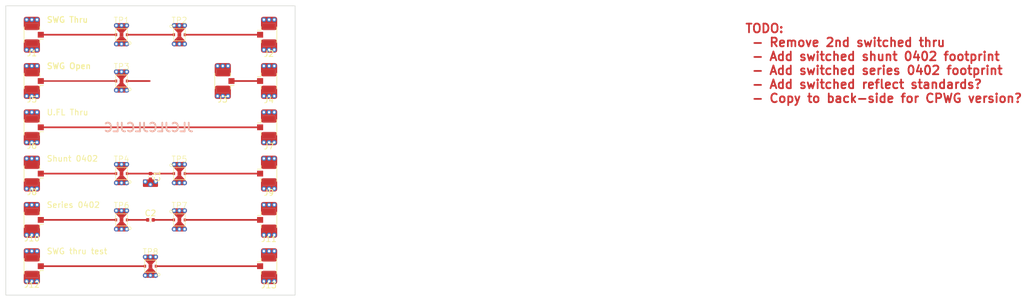
<source format=kicad_pcb>
(kicad_pcb (version 20221018) (generator pcbnew)
  (layers (0 "F.Cu" signal) (1 "In1.Cu" signal) (2 "In2.Cu" signal) (31 "B.Cu" signal) (34 "B.Paste" user) (35 "F.Paste" user) (36 "B.SilkS" user "B.Silkscreen") (37 "F.SilkS" user "F.Silkscreen") (38 "B.Mask" user) (39 "F.Mask" user) (44 "Edge.Cuts" user))
  (net 0 "")
  (net 1 "Net-(J1-In)")
  (net 2 "GND")
  (net 3 "Net-(J2-In)")
  (net 4 "Net-(J3-In)")
  (net 5 "Net-(J5-In)")
  (net 6 "Net-(J6-In)")
  (net 7 "Net-(TP1-PadC)")
  (net 8 "Net-(C1-Pad1)")
  (net 9 "Net-(C2-Pad1)")
  (net 10 "Net-(C2-Pad2)")
  (net 11 "Net-(J8-In)")
  (net 12 "Net-(J10-In)")
  (net 13 "Net-(J9-In)")
  (net 14 "Net-(J11-In)")
  (net 15 "Net-(J12-In)")
  (net 16 "Net-(J13-In)")
  (net 17 "unconnected-(TP3-PadC)")
  (footprint "miek:CoaxialSwitch_Murata_MM8030-2610" (layer "F.Cu") (at 130 137)
    (fp_text reference "TP7" (at 0 -2.5 unlocked) (layer "F.SilkS") (effects (font (thickness 0.1))))
    (fp_text value "CoaxialSwitch_Testpoint")
    (fp_rect (start -0.32 0.35) (end 0.32 -0.35) (fill solid) (layer "F.Cu"))
    (fp_rect (start -1 1.05) (end 1 -1.05) (stroke (width 0.1)) (fill none) (layer "F.SilkS"))
    (fp_circle (center -1.4 -1.45) (end -1.15 -1.46) (stroke (width 0.1)) (fill none) (layer "F.SilkS"))
    (pad "A" smd rect (at 0.95 0 90) (size 0.5 0.4) (layers "F.Cu" "F.Paste" "F.Mask") (net 14 "Net-(J11-In)"))
    (pad "C" smd rect (at -0.95 0 90) (size 0.5 0.4) (layers "F.Cu" "F.Paste" "F.Mask") (net 10 "Net-(C2-Pad2)"))
    (pad "G" smd roundrect (at 0 -0.7 90) (size 0.7 1.1) (layers "F.Cu" "F.Paste" "F.Mask") (roundrect_rratio 0) (chamfer_ratio 0.329) (chamfer top_left bottom_left) (net 2 "GND"))
    (pad "G" smd roundrect (at 0 0.7 90) (size 0.7 1.1) (layers "F.Cu" "F.Paste" "F.Mask") (roundrect_rratio 0) (chamfer_ratio 0.329) (chamfer top_right bottom_right) (net 2 "GND"))
  )
  (footprint "miek:CoaxialSwitch_Murata_MM8030-2610" (layer "F.Cu") (at 125 145 180)
    (fp_text reference "TP8" (at 0 2.5 unlocked) (layer "F.SilkS") (effects (font (thickness 0.1))))
    (fp_text value "CoaxialSwitch_Testpoint")
    (fp_rect (start -0.32 0.35) (end 0.32 -0.35) (fill solid) (layer "F.Cu"))
    (fp_rect (start -1 1.05) (end 1 -1.05) (stroke (width 0.1)) (fill none) (layer "F.SilkS"))
    (fp_circle (center -1.4 -1.45) (end -1.15 -1.46) (stroke (width 0.1)) (fill none) (layer "F.SilkS"))
    (pad "A" smd rect (at 0.95 0 270) (size 0.5 0.4) (layers "F.Cu" "F.Paste" "F.Mask") (net 15 "Net-(J12-In)"))
    (pad "C" smd rect (at -0.95 0 270) (size 0.5 0.4) (layers "F.Cu" "F.Paste" "F.Mask") (net 16 "Net-(J13-In)"))
    (pad "G" smd roundrect (at 0 -0.7 270) (size 0.7 1.1) (layers "F.Cu" "F.Paste" "F.Mask") (roundrect_rratio 0) (chamfer_ratio 0.329) (chamfer top_left bottom_left) (net 2 "GND"))
    (pad "G" smd roundrect (at 0 0.7 270) (size 0.7 1.1) (layers "F.Cu" "F.Paste" "F.Mask") (roundrect_rratio 0) (chamfer_ratio 0.329) (chamfer top_right bottom_right) (net 2 "GND"))
  )
  (footprint "Capacitor_SMD:C_0402_1005Metric" (layer "F.Cu") (at 125 137)
    (fp_text reference "C2" (at 0 -1.16) (layer "F.SilkS"))
    (fp_text value "C")
    (fp_line (start -0.107836 -0.36) (end 0.107836 -0.36) (stroke (width 0.12)) (layer "F.SilkS"))
    (fp_line (start -0.107836 0.36) (end 0.107836 0.36) (stroke (width 0.12)) (layer "F.SilkS"))
    (pad "1" smd roundrect (at -0.48 0) (size 0.56 0.62) (layers "F.Cu" "F.Paste" "F.Mask") (net 9 "Net-(C2-Pad1)"))
    (pad "2" smd roundrect (at 0.48 0) (size 0.56 0.62) (layers "F.Cu" "F.Paste" "F.Mask") (net 10 "Net-(C2-Pad2)"))
  )
  (footprint "Connector_Coaxial:U.FL_Hirose_U.FL-R-SMT-1_Vertical" (layer "F.Cu") (at 137.95 113 180)
    (fp_text reference "J3" (at 0.475 -3.2) (layer "F.SilkS"))
    (fp_text value "Conn_Coaxial")
    (fp_line (start -0.885 -1.4) (end -0.885 -0.76) (stroke (width 0.12)) (layer "F.SilkS"))
    (fp_line (start -0.885 -0.76) (end -1.515 -0.76) (stroke (width 0.12)) (layer "F.SilkS"))
    (fp_line (start -0.885 1.4) (end -0.885 0.76) (stroke (width 0.12)) (layer "F.SilkS"))
    (fp_line (start 1.835 -1.35) (end 1.835 1.35) (stroke (width 0.12)) (layer "F.SilkS"))
    (pad "1" smd rect (at -1.05 0 180) (size 1.05 1) (layers "F.Cu" "F.Paste" "F.Mask") (net 4 "Net-(J3-In)"))
    (pad "2" smd rect (at 0.475 -1.475 180) (size 2.2 1.05) (layers "F.Cu" "F.Paste" "F.Mask") (net 2 "GND"))
    (pad "2" smd rect (at 0.475 1.475 180) (size 2.2 1.05) (layers "F.Cu" "F.Paste" "F.Mask") (net 2 "GND"))
  )
  (footprint "Connector_Coaxial:U.FL_Hirose_U.FL-R-SMT-1_Vertical" (layer "F.Cu") (at 105 121 180)
    (fp_text reference "J6" (at 0.475 -3.2) (layer "F.SilkS"))
    (fp_text value "Conn_Coaxial")
    (fp_line (start -0.885 -1.4) (end -0.885 -0.76) (stroke (width 0.12)) (layer "F.SilkS"))
    (fp_line (start -0.885 -0.76) (end -1.515 -0.76) (stroke (width 0.12)) (layer "F.SilkS"))
    (fp_line (start -0.885 1.4) (end -0.885 0.76) (stroke (width 0.12)) (layer "F.SilkS"))
    (fp_line (start 1.835 -1.35) (end 1.835 1.35) (stroke (width 0.12)) (layer "F.SilkS"))
    (pad "1" smd rect (at -1.05 0 180) (size 1.05 1) (layers "F.Cu" "F.Paste" "F.Mask") (net 6 "Net-(J6-In)"))
    (pad "2" smd rect (at 0.475 -1.475 180) (size 2.2 1.05) (layers "F.Cu" "F.Paste" "F.Mask") (net 2 "GND"))
    (pad "2" smd rect (at 0.475 1.475 180) (size 2.2 1.05) (layers "F.Cu" "F.Paste" "F.Mask") (net 2 "GND"))
  )
  (footprint "Connector_Coaxial:U.FL_Hirose_U.FL-R-SMT-1_Vertical" (layer "F.Cu") (at 105 145 180)
    (fp_text reference "J12" (at 0.475 -3.2) (layer "F.SilkS"))
    (fp_text value "Conn_Coaxial")
    (fp_line (start -0.885 -1.4) (end -0.885 -0.76) (stroke (width 0.12)) (layer "F.SilkS"))
    (fp_line (start -0.885 -0.76) (end -1.515 -0.76) (stroke (width 0.12)) (layer "F.SilkS"))
    (fp_line (start -0.885 1.4) (end -0.885 0.76) (stroke (width 0.12)) (layer "F.SilkS"))
    (fp_line (start 1.835 -1.35) (end 1.835 1.35) (stroke (width 0.12)) (layer "F.SilkS"))
    (pad "1" smd rect (at -1.05 0 180) (size 1.05 1) (layers "F.Cu" "F.Paste" "F.Mask") (net 15 "Net-(J12-In)"))
    (pad "2" smd rect (at 0.475 -1.475 180) (size 2.2 1.05) (layers "F.Cu" "F.Paste" "F.Mask") (net 2 "GND"))
    (pad "2" smd rect (at 0.475 1.475 180) (size 2.2 1.05) (layers "F.Cu" "F.Paste" "F.Mask") (net 2 "GND"))
  )
  (footprint "Connector_Coaxial:U.FL_Hirose_U.FL-R-SMT-1_Vertical" (layer "F.Cu") (at 145 137)
    (fp_text reference "J11" (at 0.475 3.3) (layer "F.SilkS"))
    (fp_text value "Conn_Coaxial")
    (fp_line (start -0.885 -1.4) (end -0.885 -0.76) (stroke (width 0.12)) (layer "F.SilkS"))
    (fp_line (start -0.885 -0.76) (end -1.515 -0.76) (stroke (width 0.12)) (layer "F.SilkS"))
    (fp_line (start -0.885 1.4) (end -0.885 0.76) (stroke (width 0.12)) (layer "F.SilkS"))
    (fp_line (start 1.835 -1.35) (end 1.835 1.35) (stroke (width 0.12)) (layer "F.SilkS"))
    (pad "1" smd rect (at -1.05 0) (size 1.05 1) (layers "F.Cu" "F.Paste" "F.Mask") (net 14 "Net-(J11-In)"))
    (pad "2" smd rect (at 0.475 -1.475) (size 2.2 1.05) (layers "F.Cu" "F.Paste" "F.Mask") (net 2 "GND"))
    (pad "2" smd rect (at 0.475 1.475) (size 2.2 1.05) (layers "F.Cu" "F.Paste" "F.Mask") (net 2 "GND"))
  )
  (footprint "Capacitor_SMD:C_0402_1005Metric" (layer "F.Cu") (at 125 129.48 -90)
    (fp_text reference "C1" (at 0 -1.16 90) (layer "F.SilkS"))
    (fp_text value "C")
    (fp_line (start -0.107836 -0.36) (end 0.107836 -0.36) (stroke (width 0.12)) (layer "F.SilkS"))
    (fp_line (start -0.107836 0.36) (end 0.107836 0.36) (stroke (width 0.12)) (layer "F.SilkS"))
    (pad "1" smd roundrect (at -0.48 0 270) (size 0.56 0.62) (layers "F.Cu" "F.Paste" "F.Mask") (net 8 "Net-(C1-Pad1)"))
    (pad "2" smd roundrect (at 0.48 0 270) (size 0.56 0.62) (layers "F.Cu" "F.Paste" "F.Mask") (net 2 "GND"))
  )
  (footprint "Connector_Coaxial:U.FL_Hirose_U.FL-R-SMT-1_Vertical" (layer "F.Cu") (at 105 105 180)
    (fp_text reference "J1" (at 0.475 -3.2 180) (layer "F.SilkS"))
    (fp_text value "Conn_Coaxial")
    (fp_line (start -0.885 -1.4) (end -0.885 -0.76) (stroke (width 0.12)) (layer "F.SilkS"))
    (fp_line (start -0.885 -0.76) (end -1.515 -0.76) (stroke (width 0.12)) (layer "F.SilkS"))
    (fp_line (start -0.885 1.4) (end -0.885 0.76) (stroke (width 0.12)) (layer "F.SilkS"))
    (fp_line (start 1.835 -1.35) (end 1.835 1.35) (stroke (width 0.12)) (layer "F.SilkS"))
    (pad "1" smd rect (at -1.05 0 180) (size 1.05 1) (layers "F.Cu" "F.Paste" "F.Mask") (net 1 "Net-(J1-In)"))
    (pad "2" smd rect (at 0.475 -1.475 180) (size 2.2 1.05) (layers "F.Cu" "F.Paste" "F.Mask") (net 2 "GND"))
    (pad "2" smd rect (at 0.475 1.475 180) (size 2.2 1.05) (layers "F.Cu" "F.Paste" "F.Mask") (net 2 "GND"))
  )
  (footprint "miek:CoaxialSwitch_Murata_MM8030-2610" (layer "F.Cu") (at 120 105 180)
    (fp_text reference "TP1" (at 0 2.5 unlocked) (layer "F.SilkS") (effects (font (thickness 0.1))))
    (fp_text value "CoaxialSwitch_Testpoint")
    (fp_rect (start -0.32 0.35) (end 0.32 -0.35) (fill solid) (layer "F.Cu"))
    (fp_rect (start -1 1.05) (end 1 -1.05) (stroke (width 0.1)) (fill none) (layer "F.SilkS"))
    (fp_circle (center -1.4 -1.45) (end -1.15 -1.46) (stroke (width 0.1)) (fill none) (layer "F.SilkS"))
    (pad "A" smd rect (at 0.95 0 270) (size 0.5 0.4) (layers "F.Cu" "F.Paste" "F.Mask") (net 1 "Net-(J1-In)"))
    (pad "C" smd rect (at -0.95 0 270) (size 0.5 0.4) (layers "F.Cu" "F.Paste" "F.Mask") (net 7 "Net-(TP1-PadC)"))
    (pad "G" smd roundrect (at 0 -0.7 270) (size 0.7 1.1) (layers "F.Cu" "F.Paste" "F.Mask") (roundrect_rratio 0) (chamfer_ratio 0.329) (chamfer top_left bottom_left) (net 2 "GND"))
    (pad "G" smd roundrect (at 0 0.7 270) (size 0.7 1.1) (layers "F.Cu" "F.Paste" "F.Mask") (roundrect_rratio 0) (chamfer_ratio 0.329) (chamfer top_right bottom_right) (net 2 "GND"))
  )
  (footprint "Connector_Coaxial:U.FL_Hirose_U.FL-R-SMT-1_Vertical" (layer "F.Cu") (at 145 145)
    (fp_text reference "J13" (at 0.475 3.3) (layer "F.SilkS"))
    (fp_text value "Conn_Coaxial")
    (fp_line (start -0.885 -1.4) (end -0.885 -0.76) (stroke (width 0.12)) (layer "F.SilkS"))
    (fp_line (start -0.885 -0.76) (end -1.515 -0.76) (stroke (width 0.12)) (layer "F.SilkS"))
    (fp_line (start -0.885 1.4) (end -0.885 0.76) (stroke (width 0.12)) (layer "F.SilkS"))
    (fp_line (start 1.835 -1.35) (end 1.835 1.35) (stroke (width 0.12)) (layer "F.SilkS"))
    (pad "1" smd rect (at -1.05 0) (size 1.05 1) (layers "F.Cu" "F.Paste" "F.Mask") (net 16 "Net-(J13-In)"))
    (pad "2" smd rect (at 0.475 -1.475) (size 2.2 1.05) (layers "F.Cu" "F.Paste" "F.Mask") (net 2 "GND"))
    (pad "2" smd rect (at 0.475 1.475) (size 2.2 1.05) (layers "F.Cu" "F.Paste" "F.Mask") (net 2 "GND"))
  )
  (footprint "miek:CoaxialSwitch_Murata_MM8030-2610" (layer "F.Cu") (at 120 129 180)
    (fp_text reference "TP4" (at 0 2.5 unlocked) (layer "F.SilkS") (effects (font (thickness 0.1))))
    (fp_text value "CoaxialSwitch_Testpoint")
    (fp_rect (start -0.32 0.35) (end 0.32 -0.35) (fill solid) (layer "F.Cu"))
    (fp_rect (start -1 1.05) (end 1 -1.05) (stroke (width 0.1)) (fill none) (layer "F.SilkS"))
    (fp_circle (center -1.4 -1.45) (end -1.15 -1.46) (stroke (width 0.1)) (fill none) (layer "F.SilkS"))
    (pad "A" smd rect (at 0.95 0 270) (size 0.5 0.4) (layers "F.Cu" "F.Paste" "F.Mask") (net 11 "Net-(J8-In)"))
    (pad "C" smd rect (at -0.95 0 270) (size 0.5 0.4) (layers "F.Cu" "F.Paste" "F.Mask") (net 8 "Net-(C1-Pad1)"))
    (pad "G" smd roundrect (at 0 -0.7 270) (size 0.7 1.1) (layers "F.Cu" "F.Paste" "F.Mask") (roundrect_rratio 0) (chamfer_ratio 0.329) (chamfer top_left bottom_left) (net 2 "GND"))
    (pad "G" smd roundrect (at 0 0.7 270) (size 0.7 1.1) (layers "F.Cu" "F.Paste" "F.Mask") (roundrect_rratio 0) (chamfer_ratio 0.329) (chamfer top_right bottom_right) (net 2 "GND"))
  )
  (footprint "miek:CoaxialSwitch_Murata_MM8030-2610" (layer "F.Cu") (at 120 137 180)
    (fp_text reference "TP6" (at 0 2.5 unlocked) (layer "F.SilkS") (effects (font (thickness 0.1))))
    (fp_text value "CoaxialSwitch_Testpoint")
    (fp_rect (start -0.32 0.35) (end 0.32 -0.35) (fill solid) (layer "F.Cu"))
    (fp_rect (start -1 1.05) (end 1 -1.05) (stroke (width 0.1)) (fill none) (layer "F.SilkS"))
    (fp_circle (center -1.4 -1.45) (end -1.15 -1.46) (stroke (width 0.1)) (fill none) (layer "F.SilkS"))
    (pad "A" smd rect (at 0.95 0 270) (size 0.5 0.4) (layers "F.Cu" "F.Paste" "F.Mask") (net 12 "Net-(J10-In)"))
    (pad "C" smd rect (at -0.95 0 270) (size 0.5 0.4) (layers "F.Cu" "F.Paste" "F.Mask") (net 9 "Net-(C2-Pad1)"))
    (pad "G" smd roundrect (at 0 -0.7 270) (size 0.7 1.1) (layers "F.Cu" "F.Paste" "F.Mask") (roundrect_rratio 0) (chamfer_ratio 0.329) (chamfer top_left bottom_left) (net 2 "GND"))
    (pad "G" smd roundrect (at 0 0.7 270) (size 0.7 1.1) (layers "F.Cu" "F.Paste" "F.Mask") (roundrect_rratio 0) (chamfer_ratio 0.329) (chamfer top_right bottom_right) (net 2 "GND"))
  )
  (footprint "miek:CoaxialSwitch_Murata_MM8030-2610" (layer "F.Cu") (at 130 129)
    (fp_text reference "TP5" (at 0 -2.5 unlocked) (layer "F.SilkS") (effects (font (thickness 0.1))))
    (fp_text value "CoaxialSwitch_Testpoint")
    (fp_rect (start -0.32 0.35) (end 0.32 -0.35) (fill solid) (layer "F.Cu"))
    (fp_rect (start -1 1.05) (end 1 -1.05) (stroke (width 0.1)) (fill none) (layer "F.SilkS"))
    (fp_circle (center -1.4 -1.45) (end -1.15 -1.46) (stroke (width 0.1)) (fill none) (layer "F.SilkS"))
    (pad "A" smd rect (at 0.95 0 90) (size 0.5 0.4) (layers "F.Cu" "F.Paste" "F.Mask") (net 13 "Net-(J9-In)"))
    (pad "C" smd rect (at -0.95 0 90) (size 0.5 0.4) (layers "F.Cu" "F.Paste" "F.Mask") (net 8 "Net-(C1-Pad1)"))
    (pad "G" smd roundrect (at 0 -0.7 90) (size 0.7 1.1) (layers "F.Cu" "F.Paste" "F.Mask") (roundrect_rratio 0) (chamfer_ratio 0.329) (chamfer top_left bottom_left) (net 2 "GND"))
    (pad "G" smd roundrect (at 0 0.7 90) (size 0.7 1.1) (layers "F.Cu" "F.Paste" "F.Mask") (roundrect_rratio 0) (chamfer_ratio 0.329) (chamfer top_right bottom_right) (net 2 "GND"))
  )
  (footprint "Connector_Coaxial:U.FL_Hirose_U.FL-R-SMT-1_Vertical" (layer "F.Cu") (at 105 129 180)
    (fp_text reference "J8" (at 0.475 -3.2 180) (layer "F.SilkS"))
    (fp_text value "Conn_Coaxial")
    (fp_line (start -0.885 -1.4) (end -0.885 -0.76) (stroke (width 0.12)) (layer "F.SilkS"))
    (fp_line (start -0.885 -0.76) (end -1.515 -0.76) (stroke (width 0.12)) (layer "F.SilkS"))
    (fp_line (start -0.885 1.4) (end -0.885 0.76) (stroke (width 0.12)) (layer "F.SilkS"))
    (fp_line (start 1.835 -1.35) (end 1.835 1.35) (stroke (width 0.12)) (layer "F.SilkS"))
    (pad "1" smd rect (at -1.05 0 180) (size 1.05 1) (layers "F.Cu" "F.Paste" "F.Mask") (net 11 "Net-(J8-In)"))
    (pad "2" smd rect (at 0.475 -1.475 180) (size 2.2 1.05) (layers "F.Cu" "F.Paste" "F.Mask") (net 2 "GND"))
    (pad "2" smd rect (at 0.475 1.475 180) (size 2.2 1.05) (layers "F.Cu" "F.Paste" "F.Mask") (net 2 "GND"))
  )
  (footprint "Connector_Coaxial:U.FL_Hirose_U.FL-R-SMT-1_Vertical" (layer "F.Cu") (at 145 121)
    (fp_text reference "J7" (at 0.475 3.3) (layer "F.SilkS"))
    (fp_text value "Conn_Coaxial")
    (fp_line (start -0.885 -1.4) (end -0.885 -0.76) (stroke (width 0.12)) (layer "F.SilkS"))
    (fp_line (start -0.885 -0.76) (end -1.515 -0.76) (stroke (width 0.12)) (layer "F.SilkS"))
    (fp_line (start -0.885 1.4) (end -0.885 0.76) (stroke (width 0.12)) (layer "F.SilkS"))
    (fp_line (start 1.835 -1.35) (end 1.835 1.35) (stroke (width 0.12)) (layer "F.SilkS"))
    (pad "1" smd rect (at -1.05 0) (size 1.05 1) (layers "F.Cu" "F.Paste" "F.Mask") (net 6 "Net-(J6-In)"))
    (pad "2" smd rect (at 0.475 -1.475) (size 2.2 1.05) (layers "F.Cu" "F.Paste" "F.Mask") (net 2 "GND"))
    (pad "2" smd rect (at 0.475 1.475) (size 2.2 1.05) (layers "F.Cu" "F.Paste" "F.Mask") (net 2 "GND"))
  )
  (footprint "Connector_Coaxial:U.FL_Hirose_U.FL-R-SMT-1_Vertical" (layer "F.Cu") (at 145 129)
    (fp_text reference "J9" (at 0.475 3.3) (layer "F.SilkS"))
    (fp_text value "Conn_Coaxial")
    (fp_line (start -0.885 -1.4) (end -0.885 -0.76) (stroke (width 0.12)) (layer "F.SilkS"))
    (fp_line (start -0.885 -0.76) (end -1.515 -0.76) (stroke (width 0.12)) (layer "F.SilkS"))
    (fp_line (start -0.885 1.4) (end -0.885 0.76) (stroke (width 0.12)) (layer "F.SilkS"))
    (fp_line (start 1.835 -1.35) (end 1.835 1.35) (stroke (width 0.12)) (layer "F.SilkS"))
    (pad "1" smd rect (at -1.05 0) (size 1.05 1) (layers "F.Cu" "F.Paste" "F.Mask") (net 13 "Net-(J9-In)"))
    (pad "2" smd rect (at 0.475 -1.475) (size 2.2 1.05) (layers "F.Cu" "F.Paste" "F.Mask") (net 2 "GND"))
    (pad "2" smd rect (at 0.475 1.475) (size 2.2 1.05) (layers "F.Cu" "F.Paste" "F.Mask") (net 2 "GND"))
  )
  (footprint "Connector_Coaxial:U.FL_Hirose_U.FL-R-SMT-1_Vertical" (layer "F.Cu") (at 145 105)
    (fp_text reference "J2" (at 0.475 3.3) (layer "F.SilkS"))
    (fp_text value "Conn_Coaxial")
    (fp_line (start -0.885 -1.4) (end -0.885 -0.76) (stroke (width 0.12)) (layer "F.SilkS"))
    (fp_line (start -0.885 -0.76) (end -1.515 -0.76) (stroke (width 0.12)) (layer "F.SilkS"))
    (fp_line (start -0.885 1.4) (end -0.885 0.76) (stroke (width 0.12)) (layer "F.SilkS"))
    (fp_line (start 1.835 -1.35) (end 1.835 1.35) (stroke (width 0.12)) (layer "F.SilkS"))
    (pad "1" smd rect (at -1.05 0) (size 1.05 1) (layers "F.Cu" "F.Paste" "F.Mask") (net 3 "Net-(J2-In)"))
    (pad "2" smd rect (at 0.475 -1.475) (size 2.2 1.05) (layers "F.Cu" "F.Paste" "F.Mask") (net 2 "GND"))
    (pad "2" smd rect (at 0.475 1.475) (size 2.2 1.05) (layers "F.Cu" "F.Paste" "F.Mask") (net 2 "GND"))
  )
  (footprint "miek:CoaxialSwitch_Murata_MM8030-2610" (layer "F.Cu") (at 130 105)
    (fp_text reference "TP2" (at 0 -2.5 unlocked) (layer "F.SilkS") (effects (font (thickness 0.1))))
    (fp_text value "CoaxialSwitch_Testpoint")
    (fp_rect (start -0.32 0.35) (end 0.32 -0.35) (fill solid) (layer "F.Cu"))
    (fp_rect (start -1 1.05) (end 1 -1.05) (stroke (width 0.1)) (fill none) (layer "F.SilkS"))
    (fp_circle (center -1.4 -1.45) (end -1.15 -1.46) (stroke (width 0.1)) (fill none) (layer "F.SilkS"))
    (pad "A" smd rect (at 0.95 0 90) (size 0.5 0.4) (layers "F.Cu" "F.Paste" "F.Mask") (net 3 "Net-(J2-In)"))
    (pad "C" smd rect (at -0.95 0 90) (size 0.5 0.4) (layers "F.Cu" "F.Paste" "F.Mask") (net 7 "Net-(TP1-PadC)"))
    (pad "G" smd roundrect (at 0 -0.7 90) (size 0.7 1.1) (layers "F.Cu" "F.Paste" "F.Mask") (roundrect_rratio 0) (chamfer_ratio 0.329) (chamfer top_left bottom_left) (net 2 "GND"))
    (pad "G" smd roundrect (at 0 0.7 90) (size 0.7 1.1) (layers "F.Cu" "F.Paste" "F.Mask") (roundrect_rratio 0) (chamfer_ratio 0.329) (chamfer top_right bottom_right) (net 2 "GND"))
  )
  (footprint "miek:CoaxialSwitch_Murata_MM8030-2610" (layer "F.Cu") (at 120 113 180)
    (fp_text reference "TP3" (at 0 2.5 unlocked) (layer "F.SilkS") (effects (font (thickness 0.1))))
    (fp_text value "CoaxialSwitch_Testpoint")
    (fp_rect (start -0.32 0.35) (end 0.32 -0.35) (fill solid) (layer "F.Cu"))
    (fp_rect (start -1 1.05) (end 1 -1.05) (stroke (width 0.1)) (fill none) (layer "F.SilkS"))
    (fp_circle (center -1.4 -1.45) (end -1.15 -1.46) (stroke (width 0.1)) (fill none) (layer "F.SilkS"))
    (pad "A" smd rect (at 0.95 0 270) (size 0.5 0.4) (layers "F.Cu" "F.Paste" "F.Mask") (net 5 "Net-(J5-In)"))
    (pad "C" smd rect (at -0.95 0 270) (size 0.5 0.4) (layers "F.Cu" "F.Paste" "F.Mask") (net 17 "unconnected-(TP3-PadC)"))
    (pad "G" smd roundrect (at 0 -0.7 270) (size 0.7 1.1) (layers "F.Cu" "F.Paste" "F.Mask") (roundrect_rratio 0) (chamfer_ratio 0.329) (chamfer top_left bottom_left) (net 2 "GND"))
    (pad "G" smd roundrect (at 0 0.7 270) (size 0.7 1.1) (layers "F.Cu" "F.Paste" "F.Mask") (roundrect_rratio 0) (chamfer_ratio 0.329) (chamfer top_right bottom_right) (net 2 "GND"))
  )
  (footprint "Connector_Coaxial:U.FL_Hirose_U.FL-R-SMT-1_Vertical" (layer "F.Cu") (at 105 137 180)
    (fp_text reference "J10" (at 0.475 -3.2 180) (layer "F.SilkS"))
    (fp_text value "Conn_Coaxial")
    (fp_line (start -0.885 -1.4) (end -0.885 -0.76) (stroke (width 0.12)) (layer "F.SilkS"))
    (fp_line (start -0.885 -0.76) (end -1.515 -0.76) (stroke (width 0.12)) (layer "F.SilkS"))
    (fp_line (start -0.885 1.4) (end -0.885 0.76) (stroke (width 0.12)) (layer "F.SilkS"))
    (fp_line (start 1.835 -1.35) (end 1.835 1.35) (stroke (width 0.12)) (layer "F.SilkS"))
    (pad "1" smd rect (at -1.05 0 180) (size 1.05 1) (layers "F.Cu" "F.Paste" "F.Mask") (net 12 "Net-(J10-In)"))
    (pad "2" smd rect (at 0.475 -1.475 180) (size 2.2 1.05) (layers "F.Cu" "F.Paste" "F.Mask") (net 2 "GND"))
    (pad "2" smd rect (at 0.475 1.475 180) (size 2.2 1.05) (layers "F.Cu" "F.Paste" "F.Mask") (net 2 "GND"))
  )
  (footprint "Connector_Coaxial:U.FL_Hirose_U.FL-R-SMT-1_Vertical" (layer "F.Cu") (at 105 113 180)
    (fp_text reference "J5" (at 0.475 -3.2) (layer "F.SilkS"))
    (fp_text value "Conn_Coaxial")
    (fp_line (start -0.885 -1.4) (end -0.885 -0.76) (stroke (width 0.12)) (layer "F.SilkS"))
    (fp_line (start -0.885 -0.76) (end -1.515 -0.76) (stroke (width 0.12)) (layer "F.SilkS"))
    (fp_line (start -0.885 1.4) (end -0.885 0.76) (stroke (width 0.12)) (layer "F.SilkS"))
    (fp_line (start 1.835 -1.35) (end 1.835 1.35) (stroke (width 0.12)) (layer "F.SilkS"))
    (pad "1" smd rect (at -1.05 0 180) (size 1.05 1) (layers "F.Cu" "F.Paste" "F.Mask") (net 5 "Net-(J5-In)"))
    (pad "2" smd rect (at 0.475 -1.475 180) (size 2.2 1.05) (layers "F.Cu" "F.Paste" "F.Mask") (net 2 "GND"))
    (pad "2" smd rect (at 0.475 1.475 180) (size 2.2 1.05) (layers "F.Cu" "F.Paste" "F.Mask") (net 2 "GND"))
  )
  (footprint "Connector_Coaxial:U.FL_Hirose_U.FL-R-SMT-1_Vertical" (layer "F.Cu") (at 145 113)
    (fp_text reference "J4" (at 0.475 3.3) (layer "F.SilkS"))
    (fp_text value "Conn_Coaxial")
    (fp_line (start -0.885 -1.4) (end -0.885 -0.76) (stroke (width 0.12)) (layer "F.SilkS"))
    (fp_line (start -0.885 -0.76) (end -1.515 -0.76) (stroke (width 0.12)) (layer "F.SilkS"))
    (fp_line (start -0.885 1.4) (end -0.885 0.76) (stroke (width 0.12)) (layer "F.SilkS"))
    (fp_line (start 1.835 -1.35) (end 1.835 1.35) (stroke (width 0.12)) (layer "F.SilkS"))
    (pad "1" smd rect (at -1.05 0) (size 1.05 1) (layers "F.Cu" "F.Paste" "F.Mask") (net 4 "Net-(J3-In)"))
    (pad "2" smd rect (at 0.475 -1.475) (size 2.2 1.05) (layers "F.Cu" "F.Paste" "F.Mask") (net 2 "GND"))
    (pad "2" smd rect (at 0.475 1.475) (size 2.2 1.05) (layers "F.Cu" "F.Paste" "F.Mask") (net 2 "GND"))
  )
  (gr_rect (start 100 100) (end 150 150) (stroke (width 0.1)) (fill none) (layer "Edge.Cuts"))
  (gr_text "TODO:\n - Remove 2nd switched thru\n - Add switched shunt 0402 footprint\n - Add switched series 0402 footprint\n - Add switched reflect standards?\n - Copy to back-side for CPWG version?" (at 227.67 116.86) (layer "F.Cu") (effects (font (size 1.5 1.5) (thickness 0.3) bold) (justify left bottom)))
  (gr_text "JLCJLCJLCJLC" (at 132.6 121.9) (layer "B.SilkS") (effects (font (size 1.5 1.5) (thickness 0.3) bold) (justify left bottom mirror)))
  (gr_text "SWG thru test" (at 107 143) (layer "F.SilkS") (effects (font (size 1 1)) (justify left bottom)))
  (gr_text "Shunt 0402" (at 107 127) (layer "F.SilkS") (effects (font (size 1 1)) (justify left bottom)))
  (gr_text "SWG Open" (at 107 111) (layer "F.SilkS") (effects (font (size 1 1) (thickness 0.1875)) (justify left bottom)))
  (gr_text "Series 0402" (at 107 135) (layer "F.SilkS") (effects (font (size 1 1)) (justify left bottom)))
  (gr_text "U.FL Thru" (at 107 119) (layer "F.SilkS") (effects (font (size 1 1)) (justify left bottom)))
  (gr_text "SWG Thru" (at 107 103) (layer "F.SilkS") (effects (font (size 1 1) (thickness 0.1875)) (justify left bottom)))
  (segment (start 106.05 105) (end 119.05 105) (width 0.293) (layer "F.Cu") (net 1))
  (via (at 129.1 127.4) (size 0.8) (drill 0.4) (layers "F.Cu" "B.Cu") (net 2))
  (via (at 120 103.4) (size 0.8) (drill 0.4) (layers "F.Cu" "B.Cu") (net 2))
  (via (at 145.5 131.6) (size 0.8) (drill 0.4) (layers "F.Cu" "B.Cu") (net 2))
  (via (at 145.5 123.6) (size 0.8) (drill 0.4) (layers "F.Cu" "B.Cu") (net 2))
  (via (at 145.5 147.6) (size 0.8) (drill 0.4) (layers "F.Cu" "B.Cu") (net 2))
  (via (at 104.5 147.6) (size 0.8) (drill 0.4) (layers "F.Cu" "B.Cu") (net 2))
  (via (at 130.9 130.6) (size 0.8) (drill 0.4) (layers "F.Cu" "B.Cu") (net 2))
  (via (at 120 135.4) (size 0.8) (drill 0.4) (layers "F.Cu" "B.Cu") (net 2))
  (via (at 136.6 115.6) (size 0.8) (drill 0.4) (layers "F.Cu" "B.Cu") (net 2))
  (via (at 124.1 143.4) (size 0.8) (drill 0.4) (layers "F.Cu" "B.Cu") (net 2))
  (via (at 104.5 107.6) (size 0.8) (drill 0.4) (layers "F.Cu" "B.Cu") (net 2))
  (via (at 103.6 126.4) (size 0.8) (drill 0.4) (layers "F.Cu" "B.Cu") (net 2))
  (via (at 120 114.6) (size 0.8) (drill 0.4) (layers "F.Cu" "B.Cu") (net 2))
  (via (at 120 130.6) (size 0.8) (drill 0.4) (layers "F.Cu" "B.Cu") (net 2))
  (via (at 125 130.9) (size 0.8) (drill 0.4) (layers "F.Cu" "B.Cu") (net 2))
  (via (at 103.6 107.6) (size 0.8) (drill 0.4) (layers "F.Cu" "B.Cu") (net 2))
  (via (at 125 143.4) (size 0.8) (drill 0.4) (layers "F.Cu" "B.Cu") (net 2))
  (via (at 144.6 110.4) (size 0.8) (drill 0.4) (layers "F.Cu" "B.Cu") (net 2))
  (via (at 104.5 134.4) (size 0.8) (drill 0.4) (layers "F.Cu" "B.Cu") (net 2))
  (via (at 144.6 126.4) (size 0.8) (drill 0.4) (layers "F.Cu" "B.Cu") (net 2))
  (via (at 130 127.4) (size 0.8) (drill 0.4) (layers "F.Cu" "B.Cu") (net 2))
  (via (at 130.9 127.4) (size 0.8) (drill 0.4) (layers "F.Cu" "B.Cu") (net 2))
  (via (at 119.1 111.4) (size 0.8) (drill 0.4) (layers "F.Cu" "B.Cu") (net 2))
  (via (at 119.1 138.6) (size 0.8) (drill 0.4) (layers "F.Cu" "B.Cu") (net 2))
  (via (at 124.1 146.6) (size 0.8) (drill 0.4) (layers "F.Cu" "B.Cu") (net 2))
  (via (at 119.1 127.4) (size 0.8) (drill 0.4) (layers "F.Cu" "B.Cu") (net 2))
  (via (at 120.9 111.4) (size 0.8) (drill 0.4) (layers "F.Cu" "B.Cu") (net 2))
  (via (at 146.4 147.6) (size 0.8) (drill 0.4) (layers "F.Cu" "B.Cu") (net 2))
  (via (at 130.9 103.4) (size 0.8) (drill 0.4) (layers "F.Cu" "B.Cu") (net 2))
  (via (at 145.5 110.4) (size 0.8) (drill 0.4) (layers "F.Cu" "B.Cu") (net 2))
  (via (at 120.9 135.4) (size 0.8) (drill 0.4) (layers "F.Cu" "B.Cu") (net 2))
  (via (at 119.1 103.4) (size 0.8) (drill 0.4) (layers "F.Cu" "B.Cu") (net 2))
  (via (at 129.1 135.4) (size 0.8) (drill 0.4) (layers "F.Cu" "B.Cu") (net 2))
  (via (at 104.5 126.4) (size 0.8) (drill 0.4) (layers "F.Cu" "B.Cu") (net 2))
  (via (at 103.6 115.6) (size 0.8) (drill 0.4) (layers "F.Cu" "B.Cu") (net 2))
  (via (at 103.6 102.4) (size 0.8) (drill 0.4) (layers "F.Cu" "B.Cu") (net 2))
  (via (at 120.9 130.6) (size 0.8) (drill 0.4) (layers "F.Cu" "B.Cu") (net 2))
  (via (at 144.6 142.4) (size 0.8) (drill 0.4) (layers "F.Cu" "B.Cu") (net 2))
  (via (at 130 103.4) (size 0.8) (drill 0.4) (layers "F.Cu" "B.Cu") (net 2))
  (via (at 144.6 118.4) (size 0.8) (drill 0.4) (layers "F.Cu" "B.Cu") (net 2))
  (via (at 130.9 138.6) (size 0.8) (drill 0.4) (layers "F.Cu" "B.Cu") (net 2))
  (via (at 144.6 131.6) (size 0.8) (drill 0.4) (layers "F.Cu" "B.Cu") (net 2))
  (via (at 146.4 102.4) (size 0.8) (drill 0.4) (layers "F.Cu" "B.Cu") (net 2))
  (via (at 120.9 138.6) (size 0.8) (drill 0.4) (layers "F.Cu" "B.Cu") (net 2))
  (via (at 105.4 115.6) (size 0.8) (drill 0.4) (layers "F.Cu" "B.Cu") (net 2))
  (via (at 138.4 110.4) (size 0.8) (drill 0.4) (layers "F.Cu" "B.Cu") (net 2))
  (via (at 146.4 142.4) (size 0.8) (drill 0.4) (layers "F.Cu" "B.Cu") (net 2))
  (via (at 105.4 147.6) (size 0.8) (drill 0.4) (layers "F.Cu" "B.Cu") (net 2))
  (via (at 104.5 139.6) (size 0.8) (drill 0.4) (layers "F.Cu" "B.Cu") (net 2))
  (via (at 145.5 107.6) (size 0.8) (drill 0.4) (layers "F.Cu" "B.Cu") (net 2))
  (via (at 130.9 135.4) (size 0.8) (drill 0.4) (layers "F.Cu" "B.Cu") (net 2))
  (via (at 146.4 131.6) (size 0.8) (drill 0.4) (layers "F.Cu" "B.Cu") (net 2))
  (via (at 120 138.6) (size 0.8) (drill 0.4) (layers "F.Cu" "B.Cu") (net 2))
  (via (at 124.1 130.4) (size 0.8) (drill 0.4) (layers "F.Cu" "B.Cu") (net 2))
  (via (at 105.4 131.6) (size 0.8) (drill 0.4) (layers "F.Cu" "B.Cu") (net 2))
  (via (at 146.4 123.6) (size 0.8) (drill 0.4) (layers "F.Cu" "B.Cu") (net 2))
  (via (at 130.9 106.6) (size 0.8) (drill 0.4) (layers "F.Cu" "B.Cu") (net 2))
  (via (at 130 130.6) (size 0.8) (drill 0.4) (layers "F.Cu" "B.Cu") (net 2))
  (via (at 104.5 102.4) (size 0.8) (drill 0.4) (layers "F.Cu" "B.Cu") (net 2))
  (via (at 105.4 102.4) (size 0.8) (drill 0.4) (layers "F.Cu" "B.Cu") (net 2))
  (via (at 103.6 147.6) (size 0.8) (drill 0.4) (layers "F.Cu" "B.Cu") (net 2))
  (via (at 103.6 139.6) (size 0.8) (drill 0.4) (layers "F.Cu" "B.Cu") (net 2))
  (via (at 130 106.6) (size 0.8) (drill 0.4) (layers "F.Cu" "B.Cu") (net 2))
  (via (at 120 106.6) (size 0.8) (drill 0.4) (layers "F.Cu" "B.Cu") (net 2))
  (via (at 136.6 110.4) (size 0.8) (drill 0.4) (layers "F.Cu" "B.Cu") (net 2))
  (via (at 125.9 130.4) (size 0.8) (drill 0.4) (layers "F.Cu" "B.Cu") (net 2))
  (via (at 144.6 139.6) (size 0.8) (drill 0.4) (layers "F.Cu" "B.Cu") (net 2))
  (via (at 103.6 134.4) (size 0.8) (drill 0.4) (layers "F.Cu" "B.Cu") (net 2))
  (via (at 145.5 118.4) (size 0.8) (drill 0.4) (layers "F.Cu" "B.Cu") (net 2))
  (via (at 125 146.6) (size 0.8) (drill 0.4) (layers "F.Cu" "B.Cu") (net 2))
  (via (at 145.5 115.6) (size 0.8) (drill 0.4) (layers "F.Cu" "B.Cu") (net 2))
  (via (at 129.1 103.4) (size 0.8) (drill 0.4) (layers "F.Cu" "B.Cu") (net 2))
  (via (at 120.9 103.4) (size 0.8) (drill 0.4) (layers "F.Cu" "B.Cu") (net 2))
  (via (at 146.4 107.6) (size 0.8) (drill 0.4) (layers "F.Cu" "B.Cu") (net 2))
  (via (at 104.5 142.4) (size 0.8) (drill 0.4) (layers "F.Cu" "B.Cu") (net 2))
  (via (at 146.4 139.6) (size 0.8) (drill 0.4) (layers "F.Cu" "B.Cu") (net 2))
  (via (at 105.4 134.4) (size 0.8) (drill 0.4) (layers "F.Cu" "B.Cu") (net 2))
  (via (at 144.6 123.6) (size 0.8) (drill 0.4) (layers "F.Cu" "B.Cu") (net 2))
  (via (at 144.6 147.6) (size 0.8) (drill 0.4) (layers "F.Cu" "B.Cu") (net 2))
  (via (at 103.6 118.4) (size 0.8) (drill 0.4) (layers "F.Cu" "B.Cu") (net 2))
  (via (at 146.4 110.4) (size 0.8) (drill 0.4) (layers "F.Cu" "B.Cu") (net 2))
  (via (at 144.6 102.4) (size 0.8) (drill 0.4) (layers "F.Cu" "B.Cu") (net 2))
  (via (at 103.6 131.6) (size 0.8) (drill 0.4) (layers "F.Cu" "B.Cu") (net 2))
  (via (at 120.9 106.6) (size 0.8) (drill 0.4) (layers "F.Cu" "B.Cu") (net 2))
  (via (at 119.1 106.6) (size 0.8) (drill 0.4) (layers "F.Cu" "B.Cu") (net 2))
  (via (at 104.5 115.6) (size 0.8) (drill 0.4) (layers "F.Cu" "B.Cu") (net 2))
  (via (at 119.1 130.6) (size 0.8) (drill 0.4) (layers "F.Cu" "B.Cu") (net 2))
  (via (at 105.4 126.4) (size 0.8) (drill 0.4) (layers "F.Cu" "B.Cu") (net 2))
  (via (at 125.9 146.6) (size 0.8) (drill 0.4) (layers "F.Cu" "B.Cu") (net 2))
  (via (at 144.6 115.6) (size 0.8) (drill 0.4) (layers "F.Cu" "B.Cu") (net 2))
  (via (at 103.6 123.6) (size 0.8) (drill 0.4) (layers "F.Cu" "B.Cu") (net 2))
  (via (at 120.9 127.4) (size 0.8) (drill 0.4) (layers "F.Cu" "B.Cu") (net 2))
  (via (at 105.4 123.6) (size 0.8) (drill 0.4) (layers "F.Cu" "B.Cu") (net 2))
  (via (at 105.4 110.4) (size 0.8) (drill 0.4) (layers "F.Cu" "B.Cu") (net 2))
  (via (at 146.4 115.6) (size 0.8) (drill 0.4) (layers "F.Cu" "B.Cu") (net 2))
  (via (at 145.5 142.4) (size 0.8) (drill 0.4) (layers "F.Cu" "B.Cu") (net 2))
  (via (at 145.5 139.6) (size 0.8) (drill 0.4) (layers "F.Cu" "B.Cu") (net 2))
  (via (at 103.6 142.4) (size 0.8) (drill 0.4) (layers "F.Cu" "B.Cu") (net 2))
  (via (at 129.1 106.6) (size 0.8) (drill 0.4) (layers "F.Cu" "B.Cu") (net 2))
  (via (at 105.4 142.4) (size 0.8) (drill 0.4) (layers "F.Cu" "B.Cu") (net 2))
  (via (at 104.5 110.4) (size 0.8) (drill 0.4) (layers "F.Cu" "B.Cu") (net 2))
  (via (at 103.6 110.4) (size 0.8) (drill 0.4) (layers "F.Cu" "B.Cu") (net 2))
  (via (at 120 111.4) (size 0.8) (drill 0.4) (layers "F.Cu" "B.Cu") (net 2))
  (via (at 144.6 107.6) (size 0.8) (drill 0.4) (layers "F.Cu" "B.Cu") (net 2))
  (via (at 120.9 114.6) (size 0.8) (drill 0.4) (layers "F.Cu" "B.Cu") (net 2))
  (via (at 104.5 118.4) (size 0.8) (drill 0.4) (layers "F.Cu" "B.Cu") (net 2))
  (via (at 104.5 123.6) (size 0.8) (drill 0.4) (layers "F.Cu" "B.Cu") (net 2))
  (via (at 145.5 102.4) (size 0.8) (drill 0.4) (layers "F.Cu" "B.Cu") (net 2))
  (via (at 146.4 134.4) (size 0.8) (drill 0.4) (layers "F.Cu" "B.Cu") (net 2))
  (via (at 130 135.4) (size 0.8) (drill 0.4) (layers "F.Cu" "B.Cu") (net 2))
  (via (at 138.4 115.6) (size 0.8) (drill 0.4) (layers "F.Cu" "B.Cu") (net 2))
  (via (at 146.4 126.4) (size 0.8) (drill 0.4) (layers "F.Cu" "B.Cu") (net 2))
  (via (at 105.4 118.4) (size 0.8) (drill 0.4) (layers "F.Cu" "B.Cu") (net 2))
  (via (at 137.5 110.4) (size 0.8) (drill 0.4) (layers "F.Cu" "B.Cu") (net 2))
  (via (at 144.6 134.4) (size 0.8) (drill 0.4) (layers "F.Cu" "B.Cu") (net 2))
  (via (at 129.1 138.6) (size 0.8) (drill 0.4) (layers "F.Cu" "B.Cu") (net 2))
  (via (at 105.4 107.6) (size 0.8) (drill 0.4) (layers "F.Cu" "B.Cu") (net 2))
  (via (at 119.1 135.4) (size 0.8) (drill 0.4) (layers "F.Cu" "B.Cu") (net 2))
  (via (at 120 127.4) (size 0.8) (drill 0.4) (layers "F.Cu" "B.Cu") (net 2))
  (via (at 137.5 115.6) (size 0.8) (drill 0.4) (layers "F.Cu" "B.Cu") (net 2))
  (via (at 145.5 126.4) (size 0.8) (drill 0.4) (layers "F.Cu" "B.Cu") (net 2))
  (via (at 105.4 139.6) (size 0.8) (drill 0.4) (layers "F.Cu" "B.Cu") (net 2))
  (via (at 125.9 143.4) (size 0.8) (drill 0.4) (layers "F.Cu" "B.Cu") (net 2))
  (via (at 145.5 134.4) (size 0.8) (drill 0.4) (layers "F.Cu" "B.Cu") (net 2))
  (via (at 146.4 118.4) (size 0.8) (drill 0.4) (layers "F.Cu" "B.Cu") (net 2))
  (via (at 119.1 114.6) (size 0.8) (drill 0.4) (layers "F.Cu" "B.Cu") (net 2))
  (via (at 104.5 131.6) (size 0.8) (drill 0.4) (layers "F.Cu" "B.Cu") (net 2))
  (via (at 130 138.6) (size 0.8) (drill 0.4) (layers "F.Cu" "B.Cu") (net 2))
  (via (at 129.1 130.6) (size 0.8) (drill 0.4) (layers "F.Cu" "B.Cu") (net 2))
  (segment (start 130.95 105) (end 143.95 105) (width 0.293) (layer "F.Cu") (net 3))
  (segment (start 139 113) (end 143.95 113) (width 0.293) (layer "F.Cu") (net 4))
  (segment (start 106.05 113) (end 119.05 113) (width 0.25) (layer "F.Cu") (net 5))
  (segment (start 106.05 121) (end 143.95 121) (width 0.293) (layer "F.Cu") (net 6))
  (segment (start 120.95 105) (end 129.05 105) (width 0.293) (layer "F.Cu") (net 7))
  (segment (start 125 129) (end 129.05 129) (width 0.293) (layer "F.Cu") (net 8))
  (segment (start 120.95 129) (end 125 129) (width 0.293) (layer "F.Cu") (net 8))
  (segment (start 120.95 137) (end 124.52 137) (width 0.293) (layer "F.Cu") (net 9))
  (segment (start 125.48 137) (end 129.05 137) (width 0.293) (layer "F.Cu") (net 10))
  (segment (start 106.05 129) (end 119.05 129) (width 0.293) (layer "F.Cu") (net 11))
  (segment (start 106.05 137) (end 119.05 137) (width 0.293) (layer "F.Cu") (net 12))
  (segment (start 130.95 129) (end 143.95 129) (width 0.293) (layer "F.Cu") (net 13))
  (segment (start 130.95 137) (end 143.95 137) (width 0.293) (layer "F.Cu") (net 14))
  (segment (start 106.05 145) (end 124.05 145) (width 0.293) (layer "F.Cu") (net 15))
  (segment (start 125.95 145) (end 143.95 145) (width 0.293) (layer "F.Cu") (net 16))
  (segment (start 120.95 113) (end 124.8 113) (width 0.293) (layer "F.Cu") (net 17))
  (zone (net 2) (net_name "GND") (layer "F.Cu") (priority 2) (connect_pads no (clearance 0)) (min_thickness 0.025) (fill yes (thermal_gap 0) (thermal_bridge_width 0.025) (smoothing fillet) (radius 0.4) (island_removal_mode 1) (island_area_min 10))
    (polygon (pts (xy 130.5 129.5) (xy 131.8 131) (xy 128.2 131) (xy 129.5 129.5)))
  )
  (zone (net 17) (net_name "unconnected-(TP3-PadC)") (layer "F.Cu") (connect_pads no (clearance 0)) (min_thickness 0.025) (fill yes (thermal_gap 0) (thermal_bridge_width 0.025) (smoothing fillet) (island_removal_mode 1) (island_area_min 10))
    (polygon (pts (xy 125 112.88) (xy 125 113.12) (xy 124.75 113.12) (xy 124.75 112.88)))
  )
  (zone (net 2) (net_name "GND") (layer "F.Cu") (priority 1) (connect_pads no (clearance 0)) (min_thickness 0.025) (fill yes (thermal_gap 0) (thermal_bridge_width 0.025) (smoothing fillet) (radius 0.4) (island_removal_mode 1) (island_area_min 10))
    (polygon (pts (xy 146.9 144.2) (xy 144.1 144.2) (xy 144.1 141.9) (xy 146.9 141.9)))
  )
  (zone (net 2) (net_name "GND") (layer "F.Cu") (priority 1) (connect_pads no (clearance 0)) (min_thickness 0.025) (fill yes (thermal_gap 0) (thermal_bridge_width 0.025) (smoothing fillet) (radius 0.4) (island_removal_mode 1) (island_area_min 10))
    (polygon (pts (xy 144.1 137.8) (xy 146.9 137.8) (xy 146.9 140.1) (xy 144.1 140.1)))
  )
  (zone (net 2) (net_name "GND") (layer "F.Cu") (priority 2) (connect_pads no (clearance 0)) (min_thickness 0.025) (fill yes (thermal_gap 0) (thermal_bridge_width 0.025) (smoothing fillet) (radius 0.4) (island_removal_mode 1) (island_area_min 10))
    (polygon (pts (xy 124.5 144.5) (xy 123.2 143) (xy 126.8 143) (xy 125.5 144.5)))
  )
  (zone (net 2) (net_name "GND") (layer "F.Cu") (priority 1) (connect_pads no (clearance 0)) (min_thickness 0.025) (fill yes (thermal_gap 0) (thermal_bridge_width 0.025) (smoothing fillet) (radius 0.4) (island_removal_mode 1) (island_area_min 10))
    (polygon (pts (xy 144.1 145.8) (xy 146.9 145.8) (xy 146.9 148.1) (xy 144.1 148.1)))
  )
  (zone (net 2) (net_name "GND") (layer "F.Cu") (priority 1) (connect_pads no (clearance 0)) (min_thickness 0.025) (fill yes (thermal_gap 0) (thermal_bridge_width 0.025) (smoothing fillet) (radius 0.4) (island_removal_mode 1) (island_area_min 10))
    (polygon (pts (xy 105.9 112.2) (xy 103.1 112.2) (xy 103.1 109.9) (xy 105.9 109.9)))
  )
  (zone (net 2) (net_name "GND") (layer "F.Cu") (priority 2) (connect_pads no (clearance 0)) (min_thickness 0.025) (fill yes (thermal_gap 0) (thermal_bridge_width 0.025) (smoothing fillet) (radius 0.4) (island_removal_mode 1) (island_area_min 10))
    (polygon (pts (xy 120.5 105.5) (xy 121.8 107) (xy 118.2 107) (xy 119.5 105.5)))
  )
  (zone (net 2) (net_name "GND") (layer "F.Cu") (priority 2) (connect_pads no (clearance 0)) (min_thickness 0.025) (fill yes (thermal_gap 0) (thermal_bridge_width 0.025) (smoothing fillet) (radius 0.4) (island_removal_mode 1) (island_area_min 10))
    (polygon (pts (xy 119.5 104.5) (xy 118.2 103) (xy 121.8 103) (xy 120.5 104.5)))
  )
  (zone (net 2) (net_name "GND") (layer "F.Cu") (priority 1) (connect_pads no (clearance 0)) (min_thickness 0.025) (fill yes (thermal_gap 0) (thermal_bridge_width 0.025) (smoothing fillet) (radius 0.4) (island_removal_mode 1) (island_area_min 10))
    (polygon (pts (xy 146.9 112.2) (xy 144.1 112.2) (xy 144.1 109.9) (xy 146.9 109.9)))
  )
  (zone (net 2) (net_name "GND") (layer "F.Cu") (priority 1) (connect_pads no (clearance 0)) (min_thickness 0.025) (fill yes (thermal_gap 0) (thermal_bridge_width 0.025) (smoothing fillet) (radius 0.4) (island_removal_mode 1) (island_area_min 10))
    (polygon (pts (xy 105.9 120.2) (xy 103.1 120.2) (xy 103.1 117.9) (xy 105.9 117.9)))
  )
  (zone (net 2) (net_name "GND") (layer "F.Cu") (priority 1) (connect_pads no (clearance 0)) (min_thickness 0.025) (fill yes (thermal_gap 0) (thermal_bridge_width 0.025) (smoothing fillet) (radius 0.4) (island_removal_mode 1) (island_area_min 10))
    (polygon (pts (xy 144.1 113.8) (xy 146.9 113.8) (xy 146.9 116.1) (xy 144.1 116.1)))
  )
  (zone (net 2) (net_name "GND") (layer "F.Cu") (priority 1) (connect_pads no (clearance 0)) (min_thickness 0.025) (fill yes (thermal_gap 0) (thermal_bridge_width 0.025) (smoothing fillet) (radius 0.4) (island_removal_mode 1) (island_area_min 10))
    (polygon (pts (xy 103.1 129.8) (xy 105.9 129.8) (xy 105.9 132.1) (xy 103.1 132.1)))
  )
  (zone (net 2) (net_name "GND") (layer "F.Cu") (priority 1) (connect_pads no (clearance 0)) (min_thickness 0.025) (fill yes (thermal_gap 0) (thermal_bridge_width 0.025) (smoothing fillet) (radius 0.4) (island_removal_mode 1) (island_area_min 10))
    (polygon (pts (xy 105.9 144.2) (xy 103.1 144.2) (xy 103.1 141.9) (xy 105.9 141.9)))
  )
  (zone (net 2) (net_name "GND") (layer "F.Cu") (priority 1) (connect_pads no (clearance 0)) (min_thickness 0.025) (fill yes (thermal_gap 0) (thermal_bridge_width 0.025) (smoothing fillet) (radius 0.4) (island_removal_mode 1) (island_area_min 10))
    (polygon (pts (xy 146.9 104.2) (xy 144.1 104.2) (xy 144.1 101.9) (xy 146.9 101.9)))
  )
  (zone (net 2) (net_name "GND") (layer "F.Cu") (priority 1) (connect_pads no (clearance 0)) (min_thickness 0.025) (fill yes (thermal_gap 0) (thermal_bridge_width 0.025) (smoothing fillet) (radius 0.4) (island_removal_mode 1) (island_area_min 10))
    (polygon (pts (xy 144.1 105.8) (xy 146.9 105.8) (xy 146.9 108.1) (xy 144.1 108.1)))
  )
  (zone (net 2) (net_name "GND") (layer "F.Cu") (priority 1) (connect_pads no (clearance 0)) (min_thickness 0.025) (fill yes (thermal_gap 0) (thermal_bridge_width 0.025) (smoothing fillet) (radius 0.4) (island_removal_mode 1) (island_area_min 10))
    (polygon (pts (xy 146.9 120.2) (xy 144.1 120.2) (xy 144.1 117.9) (xy 146.9 117.9)))
  )
  (zone (net 2) (net_name "GND") (layer "F.Cu") (priority 2) (connect_pads no (clearance 0)) (min_thickness 0.025) (fill yes (thermal_gap 0) (thermal_bridge_width 0.025) (smoothing fillet) (radius 0.4) (island_removal_mode 1) (island_area_min 10))
    (polygon (pts (xy 119.5 112.5) (xy 118.2 111) (xy 121.8 111) (xy 120.5 112.5)))
  )
  (zone (net 2) (net_name "GND") (layer "F.Cu") (priority 1) (connect_pads no (clearance 0)) (min_thickness 0.025) (fill yes (thermal_gap 0) (thermal_bridge_width 0.025) (smoothing fillet) (radius 0.4) (island_removal_mode 1) (island_area_min 10))
    (polygon (pts (xy 105.9 136.2) (xy 103.1 136.2) (xy 103.1 133.9) (xy 105.9 133.9)))
  )
  (zone (net 2) (net_name "GND") (layer "F.Cu") (priority 1) (connect_pads no (clearance 0)) (min_thickness 0.025) (fill yes (thermal_gap 0) (thermal_bridge_width 0.025) (smoothing fillet) (radius 0.4) (island_removal_mode 1) (island_area_min 10))
    (polygon (pts (xy 103.1 145.8) (xy 105.9 145.8) (xy 105.9 148.1) (xy 103.1 148.1)))
  )
  (zone (net 2) (net_name "GND") (layer "F.Cu") (priority 1) (connect_pads no (clearance 0)) (min_thickness 0.025) (fill yes (thermal_gap 0) (thermal_bridge_width 0.025) (smoothing fillet) (radius 0.4) (island_removal_mode 1) (island_area_min 10))
    (polygon (pts (xy 144.1 121.8) (xy 146.9 121.8) (xy 146.9 124.1) (xy 144.1 124.1)))
  )
  (zone (net 2) (net_name "GND") (layer "F.Cu") (priority 1) (connect_pads no (clearance 0)) (min_thickness 0.025) (fill yes (thermal_gap 0) (thermal_bridge_width 0.025) (smoothing fillet) (radius 0.4) (island_removal_mode 1) (island_area_min 10))
    (polygon (pts (xy 105.9 128.2) (xy 103.1 128.2) (xy 103.1 125.9) (xy 105.9 125.9)))
  )
  (zone (net 2) (net_name "GND") (layer "F.Cu") (priority 1) (connect_pads no (clearance 0)) (min_thickness 0.025) (fill yes (thermal_gap 0) (thermal_bridge_width 0.025) (smoothing fillet) (radius 0.4) (island_removal_mode 1) (island_area_min 10))
    (polygon (pts (xy 138.9 112.2) (xy 136.1 112.2) (xy 136.1 109.9) (xy 138.9 109.9)))
  )
  (zone (net 2) (net_name "GND") (layer "F.Cu") (priority 2) (connect_pads no (clearance 0)) (min_thickness 0.025) (fill yes (thermal_gap 0) (thermal_bridge_width 0.025) (smoothing fillet) (radius 0.4) (island_removal_mode 1) (island_area_min 10))
    (polygon (pts (xy 129.5 128.5) (xy 128.2 127) (xy 131.8 127) (xy 130.5 128.5)))
  )
  (zone (net 2) (net_name "GND") (layer "F.Cu") (priority 1) (connect_pads no (clearance 0)) (min_thickness 0.025) (fill yes (thermal_gap 0) (thermal_bridge_width 0.025) (smoothing fillet) (radius 0.4) (island_removal_mode 1) (island_area_min 10))
    (polygon (pts (xy 103.1 137.8) (xy 105.9 137.8) (xy 105.9 140.1) (xy 103.1 140.1)))
  )
  (zone (net 2) (net_name "GND") (layer "F.Cu") (priority 2) (connect_pads no (clearance 0)) (min_thickness 0.025) (fill yes (thermal_gap 0) (thermal_bridge_width 0.025) (smoothing fillet) (radius 0.4) (island_removal_mode 1) (island_area_min 10))
    (polygon (pts (xy 130.5 137.5) (xy 131.8 139) (xy 128.2 139) (xy 129.5 137.5)))
  )
  (zone (net 2) (net_name "GND") (layer "F.Cu") (priority 1) (connect_pads no (clearance 0)) (min_thickness 0.025) (fill yes (thermal_gap 0) (thermal_bridge_width 0.025) (smoothing fillet) (radius 0.4) (island_removal_mode 1) (island_area_min 10))
    (polygon (pts (xy 103.1 113.8) (xy 105.9 113.8) (xy 105.9 116.1) (xy 103.1 116.1)))
  )
  (zone (net 2) (net_name "GND") (layer "F.Cu") (priority 2) (connect_pads no (clearance 0)) (min_thickness 0.025) (fill yes (thermal_gap 0) (thermal_bridge_width 0.025) (smoothing fillet) (radius 0.4) (island_removal_mode 1) (island_area_min 10))
    (polygon (pts (xy 120.5 113.5) (xy 121.8 115) (xy 118.2 115) (xy 119.5 113.5)))
  )
  (zone (net 2) (net_name "GND") (layer "F.Cu") (priority 1) (connect_pads no (clearance 0)) (min_thickness 0.025) (fill yes (thermal_gap 0) (thermal_bridge_width 0.025) (smoothing fillet) (radius 0.4) (island_removal_mode 1) (island_area_min 10))
    (polygon (pts (xy 144.1 129.8) (xy 146.9 129.8) (xy 146.9 132.1) (xy 144.1 132.1)))
  )
  (zone (net 2) (net_name "GND") (layer "F.Cu") (priority 2) (connect_pads no (clearance 0)) (min_thickness 0.025) (fill yes (thermal_gap 0) (thermal_bridge_width 0.025) (smoothing fillet) (radius 0.4) (island_removal_mode 1) (island_area_min 10))
    (polygon (pts (xy 129.5 136.5) (xy 128.2 135) (xy 131.8 135) (xy 130.5 136.5)))
  )
  (zone (net 2) (net_name "GND") (layer "F.Cu") (priority 2) (connect_pads no (clearance 0)) (min_thickness 0.025) (fill yes (thermal_gap 0) (thermal_bridge_width 0.025) (smoothing fillet) (radius 0.4) (island_removal_mode 1) (island_area_min 10))
    (polygon (pts (xy 125.5 145.5) (xy 126.8 147) (xy 123.2 147) (xy 124.5 145.5)))
  )
  (zone (net 2) (net_name "GND") (layer "F.Cu") (priority 1) (connect_pads no (clearance 0)) (min_thickness 0.025) (fill yes (thermal_gap 0) (thermal_bridge_width 0.025) (smoothing fillet) (radius 0.4) (island_removal_mode 1) (island_area_min 10))
    (polygon (pts (xy 136.1 113.8) (xy 138.9 113.8) (xy 138.9 116.1) (xy 136.1 116.1)))
  )
  (zone (net 2) (net_name "GND") (layer "F.Cu") (priority 2) (connect_pads no (clearance 0)) (min_thickness 0.025) (fill yes (thermal_gap 0) (thermal_bridge_width 0.025) (smoothing fillet) (radius 0.4) (island_removal_mode 1) (island_area_min 10))
    (polygon (pts (xy 130.5 105.5) (xy 131.8 107) (xy 128.2 107) (xy 129.5 105.5)))
  )
  (zone (net 2) (net_name "GND") (layer "F.Cu") (priority 2) (connect_pads no (clearance 0)) (min_thickness 0.025) (fill yes (thermal_gap 0) (thermal_bridge_width 0.025) (smoothing fillet) (radius 0.4) (island_removal_mode 1) (island_area_min 10))
    (polygon (pts (xy 119.5 128.5) (xy 118.2 127) (xy 121.8 127) (xy 120.5 128.5)))
  )
  (zone (net 2) (net_name "GND") (layer "F.Cu") (priority 1) (connect_pads no (clearance 0)) (min_thickness 0.025) (fill yes (thermal_gap 0) (thermal_bridge_width 0.025) (smoothing fillet) (radius 0.4) (island_removal_mode 1) (island_area_min 10))
    (polygon (pts (xy 103.1 105.8) (xy 105.9 105.8) (xy 105.9 108.1) (xy 103.1 108.1)))
  )
  (zone (net 2) (net_name "GND") (layer "F.Cu") (priority 2) (connect_pads no (clearance 0)) (min_thickness 0.025) (fill yes (thermal_gap 0) (thermal_bridge_width 0.025) (smoothing fillet) (radius 0.4) (island_removal_mode 1) (island_area_min 10))
    (polygon (pts (xy 129.5 104.5) (xy 128.2 103) (xy 131.8 103) (xy 130.5 104.5)))
  )
  (zone (net 2) (net_name "GND") (layer "F.Cu") (priority 4) (connect_pads yes (clearance 0)) (min_thickness 0.25) (fill yes (thermal_gap 0.5) (thermal_bridge_width 0.5))
    (polygon (pts (xy 123.7 130) (xy 126.3 130) (xy 126.3 131.3) (xy 123.7 131.3)))
  )
  (zone (net 2) (net_name "GND") (layer "F.Cu") (priority 2) (connect_pads no (clearance 0)) (min_thickness 0.025) (fill yes (thermal_gap 0) (thermal_bridge_width 0.025) (smoothing fillet) (radius 0.4) (island_removal_mode 1) (island_area_min 10))
    (polygon (pts (xy 120.5 129.5) (xy 121.8 131) (xy 118.2 131) (xy 119.5 129.5)))
  )
  (zone (net 2) (net_name "GND") (layer "F.Cu") (priority 2) (connect_pads no (clearance 0)) (min_thickness 0.025) (fill yes (thermal_gap 0) (thermal_bridge_width 0.025) (smoothing fillet) (radius 0.4) (island_removal_mode 1) (island_area_min 10))
    (polygon (pts (xy 119.5 136.5) (xy 118.2 135) (xy 121.8 135) (xy 120.5 136.5)))
  )
  (zone (net 2) (net_name "GND") (layer "F.Cu") (priority 2) (connect_pads no (clearance 0)) (min_thickness 0.025) (fill yes (thermal_gap 0) (thermal_bridge_width 0.025) (smoothing fillet) (radius 0.4) (island_removal_mode 1) (island_area_min 10))
    (polygon (pts (xy 120.5 137.5) (xy 121.8 139) (xy 118.2 139) (xy 119.5 137.5)))
  )
  (zone (net 2) (net_name "GND") (layer "F.Cu") (priority 1) (connect_pads no (clearance 0)) (min_thickness 0.025) (fill yes (thermal_gap 0) (thermal_bridge_width 0.025) (smoothing fillet) (radius 0.4) (island_removal_mode 1) (island_area_min 10))
    (polygon (pts (xy 103.1 121.8) (xy 105.9 121.8) (xy 105.9 124.1) (xy 103.1 124.1)))
  )
  (zone (net 2) (net_name "GND") (layer "F.Cu") (priority 1) (connect_pads no (clearance 0)) (min_thickness 0.025) (fill yes (thermal_gap 0) (thermal_bridge_width 0.025) (smoothing fillet) (radius 0.4) (island_removal_mode 1) (island_area_min 10))
    (polygon (pts (xy 146.9 128.2) (xy 144.1 128.2) (xy 144.1 125.9) (xy 146.9 125.9)))
  )
  (zone (net 2) (net_name "GND") (layer "F.Cu") (priority 1) (connect_pads no (clearance 0)) (min_thickness 0.025) (fill yes (thermal_gap 0) (thermal_bridge_width 0.025) (smoothing fillet) (radius 0.4) (island_removal_mode 1) (island_area_min 10))
    (polygon (pts (xy 105.9 104.2) (xy 103.1 104.2) (xy 103.1 101.9) (xy 105.9 101.9)))
  )
  (zone (net 2) (net_name "GND") (layer "F.Cu") (priority 1) (connect_pads no (clearance 0)) (min_thickness 0.025) (fill yes (thermal_gap 0) (thermal_bridge_width 0.025) (smoothing fillet) (radius 0.4) (island_removal_mode 1) (island_area_min 10))
    (polygon (pts (xy 146.9 136.2) (xy 144.1 136.2) (xy 144.1 133.9) (xy 146.9 133.9)))
  )
)
</source>
